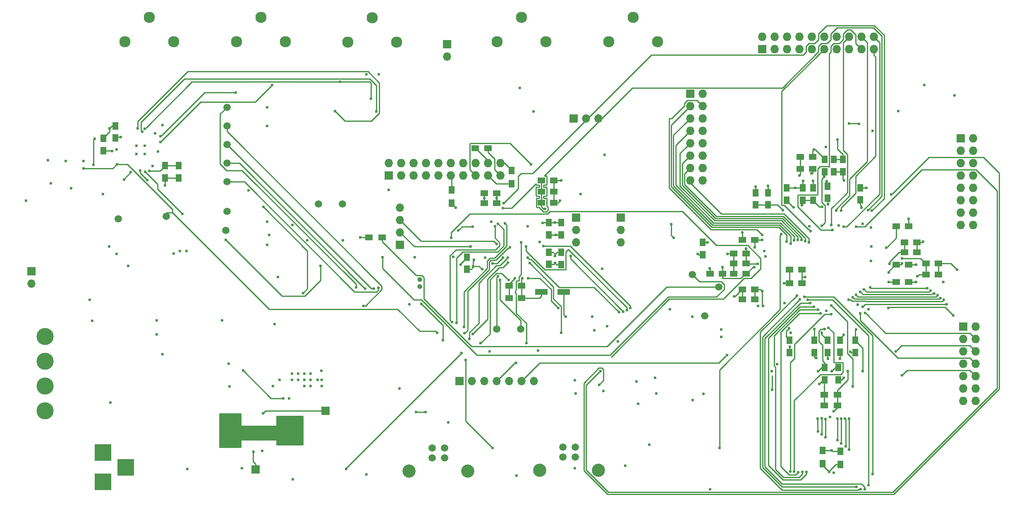
<source format=gbr>
G04 #@! TF.FileFunction,Copper,L4,Bot,Signal*
%FSLAX46Y46*%
G04 Gerber Fmt 4.6, Leading zero omitted, Abs format (unit mm)*
G04 Created by KiCad (PCBNEW 4.0.7-e2-6376~58~ubuntu16.04.1) date Thu Apr  4 23:28:41 2019*
%MOMM*%
%LPD*%
G01*
G04 APERTURE LIST*
%ADD10C,0.100000*%
%ADD11C,1.500000*%
%ADD12R,1.727200X1.727200*%
%ADD13O,1.727200X1.727200*%
%ADD14R,1.700000X1.700000*%
%ADD15O,1.700000X1.700000*%
%ADD16R,1.250000X1.500000*%
%ADD17C,1.000000*%
%ADD18C,1.520000*%
%ADD19C,2.700000*%
%ADD20R,1.500000X1.300000*%
%ADD21R,1.300000X1.500000*%
%ADD22R,1.500000X1.250000*%
%ADD23R,2.598420X1.198880*%
%ADD24R,2.600960X1.198880*%
%ADD25C,2.300000*%
%ADD26R,3.500000X3.500000*%
%ADD27C,3.500000*%
%ADD28C,0.600000*%
%ADD29C,1.200000*%
%ADD30C,0.250000*%
%ADD31C,0.254000*%
G04 APERTURE END LIST*
D10*
D11*
X94361000Y-97663000D03*
D12*
X204216000Y-60452000D03*
D13*
X204216000Y-57912000D03*
X206756000Y-60452000D03*
X206756000Y-57912000D03*
X209296000Y-60452000D03*
X209296000Y-57912000D03*
X211836000Y-60452000D03*
X211836000Y-57912000D03*
X214376000Y-60452000D03*
X214376000Y-57912000D03*
X216916000Y-60452000D03*
X216916000Y-57912000D03*
X219456000Y-60452000D03*
X219456000Y-57912000D03*
X221996000Y-60452000D03*
X221996000Y-57912000D03*
X224536000Y-60452000D03*
X224536000Y-57912000D03*
X227076000Y-60452000D03*
X227076000Y-57912000D03*
D12*
X189484000Y-69596000D03*
D13*
X192024000Y-69596000D03*
X189484000Y-72136000D03*
X192024000Y-72136000D03*
X189484000Y-74676000D03*
X192024000Y-74676000D03*
X189484000Y-77216000D03*
X192024000Y-77216000D03*
X189484000Y-79756000D03*
X192024000Y-79756000D03*
X189484000Y-82296000D03*
X192024000Y-82296000D03*
X189484000Y-84836000D03*
X192024000Y-84836000D03*
X189484000Y-87376000D03*
X192024000Y-87376000D03*
D14*
X166116000Y-94996000D03*
D15*
X166116000Y-97536000D03*
X166116000Y-100076000D03*
D14*
X175260000Y-94996000D03*
D15*
X175260000Y-97536000D03*
X175260000Y-100076000D03*
D16*
X160528000Y-102108000D03*
X160528000Y-104608000D03*
X143764000Y-105624000D03*
X143764000Y-103124000D03*
D14*
X130048000Y-100584000D03*
D15*
X130048000Y-98044000D03*
X130048000Y-95504000D03*
X130048000Y-92964000D03*
D17*
X134112000Y-107696000D03*
X134112000Y-109196000D03*
D12*
X127762000Y-86360000D03*
D13*
X127762000Y-83820000D03*
X130302000Y-86360000D03*
X130302000Y-83820000D03*
X132842000Y-86360000D03*
X132842000Y-83820000D03*
X135382000Y-86360000D03*
X135382000Y-83820000D03*
X137922000Y-86360000D03*
X137922000Y-83820000D03*
X140462000Y-86360000D03*
X140462000Y-83820000D03*
X143002000Y-86360000D03*
X143002000Y-83820000D03*
X145542000Y-86360000D03*
X145542000Y-83820000D03*
X148082000Y-86360000D03*
X148082000Y-83820000D03*
X150622000Y-86360000D03*
X150622000Y-83820000D03*
D18*
X136652000Y-142272000D03*
X139192000Y-142272000D03*
X139192000Y-144272000D03*
X136652000Y-144272000D03*
D19*
X131922000Y-146972000D03*
X143922000Y-146972000D03*
D14*
X142240000Y-128524000D03*
D15*
X144780000Y-128524000D03*
X147320000Y-128524000D03*
X149860000Y-128524000D03*
X152400000Y-128524000D03*
X154940000Y-128524000D03*
X157480000Y-128524000D03*
D14*
X165608000Y-74676000D03*
D15*
X168148000Y-74676000D03*
X170688000Y-74676000D03*
D11*
X149860000Y-117856000D03*
X154740000Y-117856000D03*
D20*
X219616000Y-131318000D03*
X216916000Y-131318000D03*
D12*
X245364000Y-117348000D03*
D13*
X247904000Y-117348000D03*
X245364000Y-119888000D03*
X247904000Y-119888000D03*
X245364000Y-122428000D03*
X247904000Y-122428000D03*
X245364000Y-124968000D03*
X247904000Y-124968000D03*
X245364000Y-127508000D03*
X247904000Y-127508000D03*
X245364000Y-130048000D03*
X247904000Y-130048000D03*
X245364000Y-132588000D03*
X247904000Y-132588000D03*
D20*
X219616000Y-133505474D03*
X216916000Y-133505474D03*
D21*
X220199227Y-145627998D03*
X220199227Y-142927998D03*
X216576226Y-145495000D03*
X216576226Y-142795000D03*
D18*
X163418000Y-142112000D03*
X165958000Y-142112000D03*
X165958000Y-144112000D03*
X163418000Y-144112000D03*
D19*
X158688000Y-146812000D03*
X170688000Y-146812000D03*
D22*
X200914000Y-106553000D03*
X198414000Y-106553000D03*
D23*
X159004000Y-110236000D03*
D24*
X163606480Y-110236000D03*
D16*
X163068000Y-102148000D03*
X163068000Y-104648000D03*
D22*
X154940000Y-111492222D03*
X152440000Y-111492222D03*
X154940000Y-108952222D03*
X152440000Y-108952222D03*
D16*
X220091000Y-120142000D03*
X220091000Y-122642000D03*
X217015188Y-125777476D03*
X217015188Y-128277476D03*
X219762577Y-125766905D03*
X219762577Y-128266905D03*
X217551000Y-120182000D03*
X217551000Y-122682000D03*
D22*
X159004000Y-87376000D03*
X161504000Y-87376000D03*
X159004000Y-89662000D03*
X161504000Y-89662000D03*
D16*
X163068000Y-96052000D03*
X163068000Y-98552000D03*
D22*
X159044000Y-91948000D03*
X161544000Y-91948000D03*
D16*
X160528000Y-96052000D03*
X160528000Y-98552000D03*
D22*
X147320000Y-90043000D03*
X149820000Y-90043000D03*
X147320000Y-92075000D03*
X149820000Y-92075000D03*
D14*
X139700000Y-59436000D03*
D15*
X139700000Y-61976000D03*
D25*
X154940000Y-53975000D03*
X159940000Y-58975000D03*
X149940000Y-58975000D03*
X177800000Y-53975000D03*
X182800000Y-58975000D03*
X172800000Y-58975000D03*
D11*
X195326000Y-109220000D03*
D25*
X124380000Y-54055000D03*
X129380000Y-59055000D03*
X119380000Y-59055000D03*
D16*
X212471000Y-91420000D03*
X212471000Y-88920000D03*
X202819000Y-92416000D03*
X202819000Y-89916000D03*
X214630000Y-91440000D03*
X214630000Y-88940000D03*
X205359000Y-92416000D03*
X205359000Y-89916000D03*
D11*
X192405000Y-115189000D03*
X189865000Y-106680000D03*
D16*
X192024000Y-100116000D03*
X192024000Y-102616000D03*
D22*
X200903275Y-102362000D03*
X198403275Y-102362000D03*
X200883275Y-104442885D03*
X198383275Y-104442885D03*
X196048000Y-106553000D03*
X193548000Y-106553000D03*
X212003000Y-85066564D03*
X214503000Y-85066564D03*
X237764000Y-106680000D03*
X240264000Y-106680000D03*
X233339000Y-100076000D03*
X235839000Y-100076000D03*
X209824000Y-105664000D03*
X212324000Y-105664000D03*
X233339000Y-102108000D03*
X235839000Y-102108000D03*
D12*
X244856000Y-78740000D03*
D13*
X247396000Y-78740000D03*
X244856000Y-81280000D03*
X247396000Y-81280000D03*
X244856000Y-83820000D03*
X247396000Y-83820000D03*
X244856000Y-86360000D03*
X247396000Y-86360000D03*
X244856000Y-88900000D03*
X247396000Y-88900000D03*
X244856000Y-91440000D03*
X247396000Y-91440000D03*
X244856000Y-93980000D03*
X247396000Y-93980000D03*
X244856000Y-96520000D03*
X247396000Y-96520000D03*
D16*
X218867494Y-85579042D03*
X218867494Y-83079042D03*
X220706000Y-85578000D03*
X220706000Y-83078000D03*
D22*
X212003000Y-82550000D03*
X214503000Y-82550000D03*
D16*
X216962494Y-85579042D03*
X216962494Y-83079042D03*
D14*
X100457000Y-146685000D03*
X114808000Y-134620000D03*
D26*
X69215000Y-143225000D03*
X69215000Y-149225000D03*
X73915000Y-146225000D03*
D27*
X57404000Y-134620000D03*
X57404000Y-129540000D03*
X57404000Y-124460000D03*
X57404000Y-119380000D03*
D21*
X152908000Y-88091000D03*
X152908000Y-85391000D03*
D20*
X148115000Y-80772000D03*
X145415000Y-80772000D03*
D14*
X54610000Y-106045000D03*
D15*
X54610000Y-108585000D03*
D21*
X140589000Y-89328000D03*
X140589000Y-92028000D03*
D11*
X113357000Y-92202000D03*
X118237000Y-92202000D03*
X94615000Y-83820000D03*
X94615000Y-80010000D03*
D16*
X71755000Y-76200000D03*
X71755000Y-78700000D03*
X69342000Y-78780000D03*
X69342000Y-81280000D03*
D11*
X82169000Y-94742000D03*
X94615000Y-72390000D03*
X94615000Y-76200000D03*
D16*
X84742112Y-84348000D03*
X84742112Y-86848000D03*
X81915000Y-84348000D03*
X81915000Y-86848000D03*
D11*
X72390000Y-95250000D03*
D25*
X78740000Y-53975000D03*
X83740000Y-58975000D03*
X73740000Y-58975000D03*
X101600000Y-53975000D03*
X106600000Y-58975000D03*
X96600000Y-58975000D03*
D11*
X94615000Y-87630000D03*
X94615000Y-93726000D03*
D22*
X237764000Y-104394000D03*
X240264000Y-104394000D03*
X209804000Y-108458000D03*
X212304000Y-108458000D03*
X202692000Y-99568000D03*
X200192000Y-99568000D03*
X202652000Y-109728000D03*
X200152000Y-109728000D03*
X202652000Y-111760000D03*
X200152000Y-111760000D03*
X231648000Y-108204000D03*
X234148000Y-108204000D03*
X231648000Y-104648000D03*
X234148000Y-104648000D03*
X231648000Y-96774000D03*
X234148000Y-96774000D03*
D16*
X224262000Y-91400000D03*
X224262000Y-88900000D03*
X217551000Y-91059000D03*
X217551000Y-88559000D03*
X209169000Y-91440000D03*
X209169000Y-88940000D03*
X209804000Y-120162000D03*
X209804000Y-122662000D03*
X214884000Y-120162000D03*
X214884000Y-122662000D03*
X223286000Y-120162000D03*
X223286000Y-122662000D03*
D20*
X126398000Y-99060000D03*
X123698000Y-99060000D03*
D28*
X76112500Y-81987500D03*
X77837500Y-81987500D03*
X77837500Y-80262500D03*
X76112500Y-80262500D03*
X140948771Y-103096502D03*
X102108000Y-92837000D03*
X110236000Y-110490000D03*
X223774000Y-112903000D03*
X225933000Y-113792002D03*
X66548000Y-111887000D03*
X102870000Y-100584000D03*
X206248000Y-130302000D03*
X178816000Y-133223000D03*
X182499000Y-131064000D03*
X178435000Y-128651000D03*
X214757000Y-81026000D03*
X219583000Y-78994000D03*
X80264000Y-116078000D03*
X80264000Y-118999000D03*
X195834000Y-117983000D03*
X81407000Y-123063000D03*
X104013000Y-129540000D03*
X111760000Y-129540000D03*
X110490000Y-129540000D03*
X105410000Y-128270000D03*
X107950000Y-128270000D03*
X107950000Y-127000000D03*
X111760000Y-127000000D03*
X110490000Y-127000000D03*
X109220000Y-127000000D03*
X109220000Y-128270000D03*
X110490000Y-128270000D03*
X111760000Y-128270000D03*
X113157000Y-128270000D03*
X114046000Y-129540000D03*
X114046000Y-128270000D03*
X113988010Y-126422990D03*
X58547000Y-88011000D03*
X62738000Y-89027000D03*
X153924000Y-147955000D03*
X167021000Y-90170000D03*
X171958000Y-82169000D03*
X123190000Y-147701000D03*
X129921000Y-130048000D03*
X139954000Y-137033000D03*
X171704000Y-130556000D03*
X165989000Y-131064000D03*
X165862000Y-146431000D03*
X189992000Y-132461000D03*
X182245000Y-127889000D03*
X162814000Y-91567000D03*
X163068000Y-87376000D03*
X142494000Y-104648000D03*
X147447000Y-103251000D03*
X97663000Y-146399000D03*
X101854000Y-142875000D03*
X108077000Y-148670000D03*
X86487000Y-146558000D03*
X141478000Y-92964000D03*
X153616330Y-107451999D03*
X148393989Y-122428000D03*
X158333000Y-122301000D03*
X148717000Y-95885000D03*
X156210000Y-96774000D03*
X161925000Y-98552000D03*
X149820000Y-91059000D03*
X161798000Y-104325999D03*
X185293000Y-113792000D03*
X174625000Y-120396000D03*
X169799000Y-118110000D03*
X193548000Y-150689979D03*
X218821000Y-147320000D03*
X210058000Y-118618000D03*
X217297000Y-114173000D03*
X217419417Y-87540999D03*
X214249000Y-85979000D03*
X133096000Y-103124000D03*
X131953000Y-112776000D03*
X93599000Y-116078000D03*
X103251000Y-98552000D03*
X102870000Y-95885000D03*
X118364000Y-99695000D03*
X108049559Y-96547441D03*
X111058942Y-99634058D03*
X57971564Y-83252436D03*
X154559000Y-68453000D03*
X157353000Y-73279000D03*
X72009000Y-81026000D03*
X70612000Y-76708000D03*
X81407000Y-76073000D03*
X79883000Y-77724000D03*
X123190000Y-65658996D03*
X125730000Y-65659000D03*
X80518000Y-81500010D03*
X65278000Y-83439000D03*
X61595000Y-83439000D03*
X81915000Y-88421615D03*
X79375000Y-84455000D03*
X219837000Y-96647000D03*
X226822000Y-77216000D03*
X237363000Y-67818000D03*
X243586000Y-69977000D03*
X203327000Y-113157000D03*
X208788000Y-112522000D03*
X226441000Y-103886000D03*
X226568000Y-100965000D03*
X226441000Y-97028000D03*
X224790000Y-96266000D03*
X212979000Y-107188000D03*
X204597000Y-101854000D03*
X204851000Y-102997000D03*
X213868000Y-96774000D03*
X218059000Y-135890000D03*
X209921010Y-121539000D03*
X218431859Y-142781857D03*
X220853000Y-127889000D03*
X198464575Y-111156324D03*
X193421000Y-105410000D03*
X244094000Y-105664000D03*
X215900000Y-129159000D03*
X67056000Y-116205000D03*
X205359000Y-88519000D03*
X202819000Y-88646000D03*
X212598000Y-87503000D03*
X214630000Y-87503000D03*
X237109000Y-99949000D03*
X220091000Y-123952000D03*
X217678000Y-123952000D03*
X191008000Y-102489000D03*
X197104000Y-102489000D03*
X210947000Y-88900000D03*
X215265000Y-123824996D03*
X222250000Y-122555000D03*
X234188000Y-95250000D03*
X235712000Y-104648000D03*
X235712000Y-108204000D03*
X225552000Y-88900000D03*
X200192000Y-98084000D03*
X148971000Y-104394000D03*
X156845000Y-84074000D03*
X151130000Y-103235010D03*
X155067000Y-107442000D03*
X150114000Y-107061000D03*
X102870000Y-76200000D03*
X102870000Y-72390000D03*
X99060705Y-89403590D03*
X196088000Y-105156000D03*
X208661000Y-108458000D03*
X217292493Y-80518000D03*
X171450000Y-105537000D03*
X232791000Y-104394000D03*
X232029000Y-73152000D03*
X193040006Y-100076000D03*
X181102000Y-141605000D03*
X176149000Y-145923000D03*
X146878051Y-105603051D03*
X165862000Y-128364000D03*
X161798000Y-102869990D03*
X145229918Y-103642000D03*
X145034000Y-105029000D03*
X127762000Y-89348999D03*
X195800261Y-119507000D03*
X159258000Y-96139000D03*
X161798000Y-96012000D03*
X70485000Y-100965000D03*
X74422000Y-104902000D03*
X147320000Y-91059000D03*
X172482000Y-117277000D03*
X189865000Y-115316000D03*
X169418000Y-115316000D03*
X163957000Y-115316000D03*
X217678000Y-92329000D03*
X216916000Y-86614000D03*
X105029000Y-107188000D03*
X104394000Y-116840000D03*
X69215000Y-90170000D03*
X78740000Y-85471000D03*
X204343000Y-113157000D03*
X232790990Y-103378011D03*
X229616000Y-101219000D03*
X209679551Y-117731551D03*
X235975990Y-107061009D03*
X230124000Y-106289010D03*
X223452021Y-117983000D03*
X210643978Y-92938487D03*
X204216000Y-110071010D03*
X217932000Y-147193000D03*
X202565000Y-105156000D03*
X221742000Y-126545011D03*
X218440000Y-126545011D03*
X215646000Y-126545011D03*
X217001000Y-117856000D03*
X224790000Y-126545011D03*
X218821000Y-134747000D03*
X206121000Y-126545011D03*
X72009000Y-102489000D03*
X208407000Y-93472000D03*
X216376000Y-96742000D03*
X207264000Y-125095000D03*
X214884000Y-117856000D03*
X241300000Y-108204000D03*
X230124000Y-108204010D03*
X220980000Y-87376000D03*
X224536000Y-92964000D03*
X202692000Y-101092000D03*
X204216000Y-99568000D03*
X150495000Y-107823000D03*
X159766000Y-93217996D03*
X95123000Y-129667000D03*
X70739000Y-132969000D03*
X192151000Y-131191000D03*
X107315000Y-132080000D03*
X97917000Y-126365000D03*
X106172000Y-132080000D03*
X94996000Y-124968000D03*
X53467000Y-91567000D03*
X126492000Y-103124000D03*
X216451021Y-92837000D03*
X220914647Y-119060647D03*
X230251000Y-104521000D03*
X212344000Y-92455994D03*
X86360000Y-101863999D03*
X84963000Y-101863999D03*
X83693000Y-102362000D03*
X200914000Y-101346000D03*
X216408000Y-118618000D03*
X203276999Y-104470999D03*
X211836000Y-86360000D03*
X81026000Y-79502000D03*
X103886000Y-67818000D03*
X67564000Y-78867000D03*
X67292009Y-84201000D03*
X81025994Y-78359000D03*
X96393000Y-69342000D03*
X76327000Y-76708000D03*
X116713000Y-73152000D03*
X77326667Y-77444781D03*
X125222000Y-73279000D03*
X72898000Y-78486000D03*
X71120000Y-81407000D03*
X152273000Y-107823000D03*
X153797000Y-124841000D03*
X146558000Y-120777000D03*
X100076000Y-143002000D03*
X101981000Y-135128000D03*
X138811000Y-120142000D03*
X134409345Y-112688655D03*
X185547000Y-96393002D03*
X186055000Y-99187000D03*
X152146000Y-104267000D03*
X144907000Y-118872000D03*
X156317012Y-107442000D03*
X162441501Y-113546501D03*
X163068000Y-118618000D03*
X156591000Y-104325999D03*
X158623000Y-100045000D03*
X196977000Y-123190000D03*
X154813004Y-100076000D03*
X155956000Y-120786990D03*
X122936000Y-109591001D03*
X125669051Y-109407949D03*
X72136000Y-84074008D03*
X65278000Y-84963000D03*
X137671129Y-118632416D03*
X122555000Y-113175870D03*
X121031000Y-109347000D03*
X124714000Y-109591000D03*
X225298000Y-114554000D03*
X231521000Y-122428000D03*
X224282000Y-114681006D03*
X232791000Y-127381000D03*
X144526000Y-100965000D03*
X149860000Y-100457000D03*
X140538108Y-99196990D03*
X141986000Y-97663000D03*
X144980250Y-96902771D03*
X113792000Y-104902000D03*
X94361000Y-99568000D03*
X226641169Y-93614268D03*
X151257000Y-92075000D03*
X151130000Y-93091000D03*
X225858036Y-93450851D03*
X204216000Y-98552000D03*
X209169000Y-99949000D03*
X210058000Y-100330000D03*
X210693000Y-99695000D03*
X211482117Y-99563481D03*
X212282104Y-99568400D03*
X213033877Y-99841969D03*
X213793364Y-100093330D03*
X214122000Y-97790000D03*
X218313000Y-96520000D03*
X218567000Y-97536000D03*
X219329000Y-93589000D03*
X220345000Y-93599000D03*
X220853000Y-96901000D03*
X143256000Y-118745000D03*
X118999000Y-146558000D03*
X142621000Y-122809000D03*
X152527000Y-101092000D03*
X148971000Y-142240000D03*
X143510000Y-124206000D03*
X144272000Y-119888000D03*
X152146000Y-103251000D03*
X156226163Y-103233199D03*
X174879000Y-114427000D03*
X143129000Y-117475000D03*
X151577058Y-96199942D03*
X135255000Y-134874000D03*
X133350000Y-134874000D03*
X208151321Y-98426679D03*
X195453000Y-142239996D03*
X224028000Y-75819000D03*
X221996000Y-75692000D03*
X77841594Y-76832515D03*
X117729000Y-67192999D03*
X124079000Y-70612000D03*
X77851000Y-85598000D03*
X85471000Y-94234000D03*
X76871948Y-85375846D03*
X78321894Y-87298023D03*
X73532994Y-87249000D03*
X74930000Y-85725000D03*
X175768000Y-114300000D03*
X164972295Y-102863999D03*
X155874283Y-100943011D03*
X176525741Y-114014397D03*
X177172881Y-113544065D03*
X159385000Y-100838000D03*
X150114000Y-96266000D03*
X141605000Y-116586000D03*
X140722215Y-116465215D03*
X149479000Y-96774000D03*
X97536000Y-139700000D03*
X97536000Y-138525000D03*
X95504000Y-138684000D03*
X94488000Y-138684000D03*
X93472000Y-138684000D03*
X105664000Y-141224000D03*
X106680000Y-141224000D03*
X107696000Y-141224000D03*
X108712000Y-141224000D03*
X109728000Y-141224000D03*
X109728000Y-139700000D03*
X108712000Y-139700000D03*
X107696000Y-139700000D03*
X106680000Y-139700000D03*
X105664000Y-139700000D03*
X105664000Y-138176000D03*
X106680000Y-138176000D03*
X107696000Y-138176000D03*
X108712000Y-138176000D03*
X109728000Y-138176000D03*
X109728000Y-136652000D03*
X108712000Y-136652000D03*
X107696000Y-136652000D03*
X106680000Y-136652000D03*
X105664000Y-136652000D03*
X93472000Y-141224000D03*
X94488000Y-141224000D03*
X95504000Y-141224000D03*
X96520000Y-141224000D03*
X96520000Y-139700000D03*
X95504000Y-139700000D03*
X94488000Y-139700000D03*
X93472000Y-139700000D03*
X96520000Y-137668000D03*
X95504000Y-137668000D03*
X94488000Y-137668000D03*
X93472000Y-137668000D03*
X96520000Y-136144000D03*
X95504000Y-136144000D03*
X94488000Y-136144000D03*
X93472000Y-136144000D03*
D29*
X100552000Y-139700000D03*
X101727000Y-138525000D03*
D28*
X230632000Y-90296998D03*
X170815000Y-129286000D03*
X171069000Y-126492000D03*
X223393000Y-96901000D03*
X218313000Y-113029986D03*
X222758000Y-129667000D03*
X224406041Y-150689979D03*
X211328000Y-110998000D03*
X223520000Y-150239968D03*
X211930974Y-111797503D03*
X212852000Y-111252000D03*
X226822000Y-147574000D03*
X225933000Y-149860000D03*
X213487000Y-111887000D03*
X225206048Y-150687291D03*
X213995000Y-112522000D03*
X214757000Y-113284000D03*
X213233000Y-147193006D03*
X215646000Y-113919000D03*
X212433001Y-147188417D03*
X216154000Y-114681000D03*
X211546513Y-147256493D03*
X210772625Y-147053721D03*
X217800559Y-117597559D03*
X209931000Y-147066000D03*
X218313000Y-114808000D03*
X230068001Y-113528000D03*
X243305768Y-115105446D03*
X224790000Y-113284000D03*
X241935000Y-112776000D03*
X221869000Y-111887000D03*
X241409961Y-111873286D03*
X240688200Y-111528228D03*
X222752998Y-111351001D03*
X223393000Y-110870979D03*
X240110543Y-110974771D03*
X224282000Y-110245990D03*
X239395000Y-110617000D03*
X225044000Y-109728000D03*
X238633000Y-109982000D03*
X226314000Y-109345968D03*
X237998000Y-109474000D03*
X215519000Y-136271000D03*
X215646000Y-138859003D03*
X216408000Y-136144000D03*
X216408000Y-139436000D03*
X217192466Y-136300893D03*
X217189999Y-140061001D03*
X219583000Y-136271000D03*
X219583000Y-140686001D03*
X220383003Y-136271000D03*
X220345000Y-141311001D03*
X221183006Y-136271000D03*
X221286764Y-141936001D03*
X221996000Y-142560990D03*
X221996000Y-136271000D03*
X121920000Y-99060000D03*
D30*
X111115001Y-101844001D02*
X102108000Y-92837000D01*
X110236000Y-110490000D02*
X111115001Y-109610999D01*
X111115001Y-109610999D02*
X111115001Y-101844001D01*
X152440000Y-108952222D02*
X152440000Y-108628329D01*
X152440000Y-108628329D02*
X153316331Y-107751998D01*
X153316331Y-107751998D02*
X153616330Y-107451999D01*
X240264000Y-106680000D02*
X240264000Y-104394000D01*
X152440000Y-111492222D02*
X152440000Y-110617222D01*
X152440000Y-110617222D02*
X152440000Y-108952222D01*
X206248000Y-130302000D02*
X206248000Y-127472003D01*
X218867494Y-83079042D02*
X220704958Y-83079042D01*
X220704958Y-83079042D02*
X220706000Y-83078000D01*
X216962494Y-83079042D02*
X216962494Y-82954042D01*
X216962494Y-82954042D02*
X215034452Y-81026000D01*
X215034452Y-81026000D02*
X214757000Y-81026000D01*
X214503000Y-82550000D02*
X214503000Y-81280000D01*
X214503000Y-81280000D02*
X214757000Y-81026000D01*
X219583000Y-80955000D02*
X219583000Y-78994000D01*
X220706000Y-83078000D02*
X220706000Y-82078000D01*
X220706000Y-82078000D02*
X219583000Y-80955000D01*
X161544000Y-91948000D02*
X162433000Y-91948000D01*
X162433000Y-91948000D02*
X162814000Y-91567000D01*
X161504000Y-87376000D02*
X163068000Y-87376000D01*
X161504000Y-89662000D02*
X161504000Y-91908000D01*
X161504000Y-91908000D02*
X161544000Y-91948000D01*
X161504000Y-87376000D02*
X161504000Y-89662000D01*
X142494000Y-104519000D02*
X142494000Y-104648000D01*
X143764000Y-103124000D02*
X143764000Y-103249000D01*
X143764000Y-103249000D02*
X142494000Y-104519000D01*
X140589000Y-92075000D02*
X141478000Y-92964000D01*
X140589000Y-92028000D02*
X140589000Y-92075000D01*
X152908000Y-85391000D02*
X152908000Y-85291000D01*
X152908000Y-85291000D02*
X151437000Y-83820000D01*
X151437000Y-83820000D02*
X150622000Y-83820000D01*
X145415000Y-80772000D02*
X145515000Y-80772000D01*
X145515000Y-80772000D02*
X148082000Y-83339000D01*
X148082000Y-83339000D02*
X148082000Y-83820000D01*
X161925000Y-98552000D02*
X163068000Y-98552000D01*
X161403000Y-98552000D02*
X161925000Y-98552000D01*
X160528000Y-98552000D02*
X161403000Y-98552000D01*
X149820000Y-90932000D02*
X149820000Y-92075000D01*
X149820000Y-90043000D02*
X149820000Y-90932000D01*
X149820000Y-90932000D02*
X149820000Y-91059000D01*
X163068000Y-104648000D02*
X162120001Y-104648000D01*
X162120001Y-104648000D02*
X161798000Y-104325999D01*
X160528000Y-104608000D02*
X161515999Y-104608000D01*
X161515999Y-104608000D02*
X161798000Y-104325999D01*
X217424000Y-87545582D02*
X217419417Y-87540999D01*
X217424000Y-88940000D02*
X217424000Y-87545582D01*
X214465564Y-85979000D02*
X214249000Y-85979000D01*
X214503000Y-85066564D02*
X214503000Y-85941564D01*
X214503000Y-85941564D02*
X214465564Y-85979000D01*
X69342000Y-78780000D02*
X69342000Y-78655000D01*
X69342000Y-78655000D02*
X70612000Y-77385000D01*
X70612000Y-77132264D02*
X70612000Y-76708000D01*
X70612000Y-77385000D02*
X70612000Y-77132264D01*
X71755000Y-76200000D02*
X71120000Y-76200000D01*
X71120000Y-76200000D02*
X70612000Y-76708000D01*
X84742112Y-86848000D02*
X81915000Y-86848000D01*
X81915000Y-86848000D02*
X81915000Y-88421615D01*
X212324000Y-107188000D02*
X212324000Y-108438000D01*
X212324000Y-105664000D02*
X212324000Y-107188000D01*
X212324000Y-107188000D02*
X212979000Y-107188000D01*
X212324000Y-108438000D02*
X212304000Y-108458000D01*
X209804000Y-121656010D02*
X209921010Y-121539000D01*
X209804000Y-122662000D02*
X209804000Y-121656010D01*
X218418716Y-142795000D02*
X218431859Y-142781857D01*
X218578000Y-142927998D02*
X218431859Y-142781857D01*
X216576226Y-142795000D02*
X218418716Y-142795000D01*
X220199227Y-142927998D02*
X218578000Y-142927998D01*
X219762577Y-128266905D02*
X220475095Y-128266905D01*
X220475095Y-128266905D02*
X220853000Y-127889000D01*
X198598676Y-111156324D02*
X198464575Y-111156324D01*
X200027000Y-109728000D02*
X198598676Y-111156324D01*
X200152000Y-109728000D02*
X200027000Y-109728000D01*
X193548000Y-106553000D02*
X193548000Y-105537000D01*
X193548000Y-105537000D02*
X193421000Y-105410000D01*
X198383275Y-104442885D02*
X198383275Y-106522275D01*
X198383275Y-106522275D02*
X198414000Y-106553000D01*
X240264000Y-104394000D02*
X242824000Y-104394000D01*
X242824000Y-104394000D02*
X244094000Y-105664000D01*
X217015188Y-128277476D02*
X216781524Y-128277476D01*
X216781524Y-128277476D02*
X215900000Y-129159000D01*
X219752006Y-128277476D02*
X219762577Y-128266905D01*
X216916000Y-131318000D02*
X216916000Y-128376664D01*
X216916000Y-128376664D02*
X217015188Y-128277476D01*
X216916000Y-133505474D02*
X216916000Y-131318000D01*
X205359000Y-89916000D02*
X205359000Y-88519000D01*
X202819000Y-89916000D02*
X202819000Y-88646000D01*
X212471000Y-88920000D02*
X212471000Y-87630000D01*
X212471000Y-87630000D02*
X212598000Y-87503000D01*
X214630000Y-88940000D02*
X214630000Y-87503000D01*
X235839000Y-100076000D02*
X236982000Y-100076000D01*
X236982000Y-100076000D02*
X237109000Y-99949000D01*
X235839000Y-100076000D02*
X235839000Y-102108000D01*
X220051000Y-122682000D02*
X220091000Y-122642000D01*
X220091000Y-122642000D02*
X220091000Y-123952000D01*
X217551000Y-122682000D02*
X217551000Y-123825000D01*
X217551000Y-123825000D02*
X217678000Y-123952000D01*
X192024000Y-102616000D02*
X191135000Y-102616000D01*
X191135000Y-102616000D02*
X191008000Y-102489000D01*
X198403275Y-102362000D02*
X197231000Y-102362000D01*
X197231000Y-102362000D02*
X197104000Y-102489000D01*
X198403275Y-102362000D02*
X198403275Y-104422885D01*
X198403275Y-104422885D02*
X198383275Y-104442885D01*
X209169000Y-88940000D02*
X210907000Y-88940000D01*
X210907000Y-88940000D02*
X210947000Y-88900000D01*
X211576000Y-88900000D02*
X210947000Y-88900000D01*
X212471000Y-88920000D02*
X211596000Y-88920000D01*
X211596000Y-88920000D02*
X211576000Y-88900000D01*
X214610000Y-88920000D02*
X214630000Y-88940000D01*
X214884000Y-123662000D02*
X215046996Y-123824996D01*
X215046996Y-123824996D02*
X215265000Y-123824996D01*
X214884000Y-122662000D02*
X214884000Y-123662000D01*
X223286000Y-122662000D02*
X222357000Y-122662000D01*
X222357000Y-122662000D02*
X222250000Y-122555000D01*
X234148000Y-95290000D02*
X234188000Y-95250000D01*
X234148000Y-96774000D02*
X234148000Y-95290000D01*
X234148000Y-104648000D02*
X235712000Y-104648000D01*
X234148000Y-108204000D02*
X235712000Y-108204000D01*
X224262000Y-88900000D02*
X225552000Y-88900000D01*
X200152000Y-109728000D02*
X200152000Y-111760000D01*
X200192000Y-99568000D02*
X200192000Y-98084000D01*
X149395264Y-104394000D02*
X148971000Y-104394000D01*
X149971010Y-104394000D02*
X149395264Y-104394000D01*
X151130000Y-103235010D02*
X149971010Y-104394000D01*
X145542000Y-86360000D02*
X144339999Y-85157999D01*
X144339999Y-85157999D02*
X144339999Y-79861999D01*
X144339999Y-79861999D02*
X144404999Y-79796999D01*
X144404999Y-79796999D02*
X152567999Y-79796999D01*
X152567999Y-79796999D02*
X156845000Y-84074000D01*
X154940000Y-108952222D02*
X154940000Y-109827222D01*
X154940000Y-109827222D02*
X154940000Y-111492222D01*
X154940000Y-107569000D02*
X155067000Y-107442000D01*
X154940000Y-108952222D02*
X154940000Y-107569000D01*
X154940000Y-111492222D02*
X158597218Y-111492222D01*
X158597218Y-111492222D02*
X159004000Y-111085440D01*
X159004000Y-111085440D02*
X159004000Y-110236000D01*
X149860000Y-117856000D02*
X149860000Y-107315000D01*
X149860000Y-107315000D02*
X150114000Y-107061000D01*
X196048000Y-105196000D02*
X196088000Y-105156000D01*
X196048000Y-106553000D02*
X196048000Y-105196000D01*
X209804000Y-108458000D02*
X208661000Y-108458000D01*
X223452021Y-117983000D02*
X223286000Y-118149021D01*
X192024000Y-100116000D02*
X193000006Y-100116000D01*
X193000006Y-100116000D02*
X193040006Y-100076000D01*
X231648000Y-104648000D02*
X232537000Y-104648000D01*
X232537000Y-104648000D02*
X232791000Y-104394000D01*
X193080006Y-100116000D02*
X193040006Y-100076000D01*
X146578052Y-105303052D02*
X146878051Y-105603051D01*
X146304000Y-105029000D02*
X146578052Y-105303052D01*
X145034000Y-105029000D02*
X146304000Y-105029000D01*
X163068000Y-102148000D02*
X162193000Y-102148000D01*
X161798000Y-102543000D02*
X161798000Y-102572736D01*
X160528000Y-102108000D02*
X161403000Y-102108000D01*
X161403000Y-102108000D02*
X161798000Y-102503000D01*
X162193000Y-102148000D02*
X161798000Y-102543000D01*
X161798000Y-102503000D02*
X161798000Y-102572736D01*
X161798000Y-102572736D02*
X161798000Y-102869990D01*
X145034000Y-104013000D02*
X145229918Y-103642000D01*
X145161000Y-103886000D02*
X145161000Y-103710918D01*
X145161000Y-103710918D02*
X145229918Y-103642000D01*
X145034000Y-105029000D02*
X145034000Y-104013000D01*
X145034000Y-105229000D02*
X145034000Y-105029000D01*
X143764000Y-105624000D02*
X144639000Y-105624000D01*
X144639000Y-105624000D02*
X145034000Y-105229000D01*
X160528000Y-96052000D02*
X159345000Y-96052000D01*
X159345000Y-96052000D02*
X159258000Y-96139000D01*
X161798000Y-96012000D02*
X163028000Y-96012000D01*
X163028000Y-96012000D02*
X163068000Y-96052000D01*
X160528000Y-96052000D02*
X161758000Y-96052000D01*
X161758000Y-96052000D02*
X161798000Y-96012000D01*
X147320000Y-90043000D02*
X147320000Y-91059000D01*
X147320000Y-91186000D02*
X147320000Y-91059000D01*
X147320000Y-92075000D02*
X147320000Y-91186000D01*
X160528000Y-102108000D02*
X161042001Y-102108000D01*
X163606480Y-114965480D02*
X163957000Y-115316000D01*
X163606480Y-110236000D02*
X163606480Y-114965480D01*
X217932000Y-146995225D02*
X217932000Y-147193000D01*
X220199227Y-145627998D02*
X219299227Y-145627998D01*
X219299227Y-145627998D02*
X217932000Y-146995225D01*
X216675999Y-96442001D02*
X216376000Y-96742000D01*
X217076023Y-96041977D02*
X216675999Y-96442001D01*
X217076023Y-92536998D02*
X217076023Y-96041977D01*
X216398001Y-91858976D02*
X217076023Y-92536998D01*
X216398001Y-87143535D02*
X216398001Y-91858976D01*
X216962494Y-86579042D02*
X216398001Y-87143535D01*
X217678000Y-91904736D02*
X217678000Y-92329000D01*
X217678000Y-91694000D02*
X217678000Y-91904736D01*
X217424000Y-91440000D02*
X217678000Y-91694000D01*
X209147000Y-119380000D02*
X209042000Y-119275000D01*
X209804000Y-120037000D02*
X209147000Y-119380000D01*
X209147000Y-119380000D02*
X209147000Y-118264102D01*
X209147000Y-118264102D02*
X209679551Y-117731551D01*
X209804000Y-120162000D02*
X209804000Y-120037000D01*
X216962494Y-86579042D02*
X216950958Y-86579042D01*
X216950958Y-86579042D02*
X216916000Y-86614000D01*
X216962494Y-85579042D02*
X216962494Y-86579042D01*
X81915000Y-84348000D02*
X82790000Y-84348000D01*
X82790000Y-84348000D02*
X84742112Y-84348000D01*
X78740000Y-85471000D02*
X80917000Y-85471000D01*
X80917000Y-85471000D02*
X81915000Y-84473000D01*
X81915000Y-84473000D02*
X81915000Y-84348000D01*
X204216000Y-113030000D02*
X204343000Y-113157000D01*
X204216000Y-110071010D02*
X204216000Y-113030000D01*
X237639000Y-104394000D02*
X236623011Y-103378011D01*
X237764000Y-104394000D02*
X237639000Y-104394000D01*
X236623011Y-103378011D02*
X233215254Y-103378011D01*
X233215254Y-103378011D02*
X232790990Y-103378011D01*
X229915999Y-100919001D02*
X229616000Y-101219000D01*
X231648000Y-96774000D02*
X231648000Y-99187000D01*
X231648000Y-99187000D02*
X229915999Y-100919001D01*
X209824000Y-105664000D02*
X209824000Y-108438000D01*
X209824000Y-108438000D02*
X209804000Y-108458000D01*
X236356999Y-106680000D02*
X236275989Y-106761010D01*
X237764000Y-106680000D02*
X236356999Y-106680000D01*
X236275989Y-106761010D02*
X235975990Y-107061009D01*
X230124000Y-106047000D02*
X230124000Y-106289010D01*
X231523000Y-104648000D02*
X230124000Y-106047000D01*
X231648000Y-104648000D02*
X231523000Y-104648000D01*
X223286000Y-120162000D02*
X223286000Y-118149021D01*
X209169000Y-91440000D02*
X209169000Y-91565000D01*
X210542487Y-92938487D02*
X210643978Y-92938487D01*
X209169000Y-91565000D02*
X210542487Y-92938487D01*
X203916001Y-109771011D02*
X204216000Y-110071010D01*
X203872990Y-109728000D02*
X203916001Y-109771011D01*
X202652000Y-109728000D02*
X203872990Y-109728000D01*
X216576226Y-145495000D02*
X216576226Y-145837226D01*
X216576226Y-145837226D02*
X217932000Y-147193000D01*
X196048000Y-106553000D02*
X196048000Y-107428000D01*
X196048000Y-107428000D02*
X196123001Y-107503001D01*
X196123001Y-107503001D02*
X199838999Y-107503001D01*
X199838999Y-107503001D02*
X200789000Y-106553000D01*
X200789000Y-106553000D02*
X200914000Y-106553000D01*
X202565000Y-105156000D02*
X202311000Y-105156000D01*
X202311000Y-105156000D02*
X200914000Y-106553000D01*
X237764000Y-104394000D02*
X237764000Y-106680000D01*
X219616000Y-131318000D02*
X219616000Y-130418000D01*
X219616000Y-130418000D02*
X221742000Y-128292000D01*
X221742000Y-128292000D02*
X221742000Y-126545011D01*
X219762577Y-125766905D02*
X219218106Y-125766905D01*
X219218106Y-125766905D02*
X218440000Y-126545011D01*
X217015188Y-125777476D02*
X216413535Y-125777476D01*
X216413535Y-125777476D02*
X215646000Y-126545011D01*
X217001000Y-117856000D02*
X216244998Y-117856000D01*
X216244998Y-117856000D02*
X215782999Y-118317999D01*
X215782999Y-118317999D02*
X215782999Y-120374001D01*
X215782999Y-120374001D02*
X216600999Y-121192001D01*
X216600999Y-121192001D02*
X216600999Y-124363287D01*
X216600999Y-124363287D02*
X217015188Y-124777476D01*
X217015188Y-124777476D02*
X217015188Y-125777476D01*
X224790000Y-121791000D02*
X224790000Y-126545011D01*
X223286000Y-120162000D02*
X223286000Y-120287000D01*
X223286000Y-120287000D02*
X224790000Y-121791000D01*
X219616000Y-131318000D02*
X219616000Y-133505474D01*
X219616000Y-133505474D02*
X219616000Y-133952000D01*
X219616000Y-133952000D02*
X218821000Y-134747000D01*
X202819000Y-92416000D02*
X205359000Y-92416000D01*
X205359000Y-92416000D02*
X207351000Y-92416000D01*
X207351000Y-92416000D02*
X208407000Y-93472000D01*
X218867494Y-85579042D02*
X220704958Y-85579042D01*
X220704958Y-85579042D02*
X220706000Y-85578000D01*
X214884000Y-117856000D02*
X214884000Y-120162000D01*
X231648000Y-108204000D02*
X230124000Y-108204000D01*
X220706000Y-87102000D02*
X220980000Y-87376000D01*
X220706000Y-85578000D02*
X220706000Y-87102000D01*
X224536000Y-92674000D02*
X224536000Y-92964000D01*
X224262000Y-91400000D02*
X224262000Y-92400000D01*
X224262000Y-92400000D02*
X224536000Y-92674000D01*
X202652000Y-109728000D02*
X202652000Y-111760000D01*
X202652000Y-112228000D02*
X202692000Y-112268000D01*
X202692000Y-99568000D02*
X202692000Y-101092000D01*
X202692000Y-99568000D02*
X204216000Y-99568000D01*
X154740000Y-116132000D02*
X150495000Y-111887000D01*
X150495000Y-111887000D02*
X150495000Y-107823000D01*
X154740000Y-117856000D02*
X154740000Y-116132000D01*
X159438996Y-93217996D02*
X159766000Y-93217996D01*
X159044000Y-91948000D02*
X159044000Y-92823000D01*
X159044000Y-92823000D02*
X159438996Y-93217996D01*
X159004000Y-89662000D02*
X159004000Y-91908000D01*
X159004000Y-91908000D02*
X159044000Y-91948000D01*
X159004000Y-87376000D02*
X159004000Y-89662000D01*
X103632000Y-132080000D02*
X97917000Y-126365000D01*
X106172000Y-132080000D02*
X103632000Y-132080000D01*
X195326000Y-109220000D02*
X184658000Y-109220000D01*
X126398000Y-99060000D02*
X126398000Y-99960000D01*
X134937001Y-107299999D02*
X134937001Y-111696001D01*
X126398000Y-99960000D02*
X133308999Y-106870999D01*
X133308999Y-106870999D02*
X134508001Y-106870999D01*
X134508001Y-106870999D02*
X134937001Y-107299999D01*
X172466000Y-121412000D02*
X184658000Y-109220000D01*
X134937001Y-111696001D02*
X144653000Y-121412000D01*
X144653000Y-121412000D02*
X172466000Y-121412000D01*
X126492000Y-103124000D02*
X126492000Y-105435999D01*
X126492000Y-105435999D02*
X132938402Y-111882401D01*
X194855161Y-111281841D02*
X185010569Y-111281841D01*
X185010569Y-111281841D02*
X173092411Y-123199999D01*
X145804588Y-123199999D02*
X134486990Y-111882401D01*
X173092411Y-123199999D02*
X145804588Y-123199999D01*
X196401001Y-108703999D02*
X196401001Y-109736001D01*
X134486990Y-111882401D02*
X132938402Y-111882401D01*
X195842001Y-108144999D02*
X196401001Y-108703999D01*
X191329999Y-108144999D02*
X195842001Y-108144999D01*
X189865000Y-106680000D02*
X191329999Y-108144999D01*
X196401001Y-109736001D02*
X194855161Y-111281841D01*
X216026757Y-92837000D02*
X216451021Y-92837000D01*
X215902000Y-92837000D02*
X216026757Y-92837000D01*
X214630000Y-91565000D02*
X215902000Y-92837000D01*
X214630000Y-91440000D02*
X214630000Y-91565000D01*
X220091000Y-120142000D02*
X220091000Y-119884294D01*
X220091000Y-119884294D02*
X220914647Y-119060647D01*
X230251000Y-104096736D02*
X230251000Y-104521000D01*
X232247498Y-102100238D02*
X230251000Y-104096736D01*
X233277904Y-102100238D02*
X232247498Y-102100238D01*
X212471000Y-91420000D02*
X212471000Y-92328994D01*
X212471000Y-92328994D02*
X212344000Y-92455994D01*
X200903275Y-102362000D02*
X200903275Y-101356725D01*
X200903275Y-101356725D02*
X200914000Y-101346000D01*
X212471000Y-91420000D02*
X214610000Y-91420000D01*
X214610000Y-91420000D02*
X214630000Y-91440000D01*
X233339000Y-100076000D02*
X233339000Y-102108000D01*
X217591000Y-120142000D02*
X217551000Y-120182000D01*
X216408000Y-118618000D02*
X216408000Y-119039000D01*
X216408000Y-119039000D02*
X217551000Y-120182000D01*
X200903275Y-102362000D02*
X200903275Y-104422885D01*
X200903275Y-104422885D02*
X200883275Y-104442885D01*
X203276999Y-104470999D02*
X200911389Y-104470999D01*
X200911389Y-104470999D02*
X200883275Y-104442885D01*
X212003000Y-85066564D02*
X212003000Y-86193000D01*
X212003000Y-86193000D02*
X211836000Y-86360000D01*
X212003000Y-82550000D02*
X212003000Y-83425000D01*
X212003000Y-83425000D02*
X212003000Y-85066564D01*
X89213001Y-71314999D02*
X81325999Y-79202001D01*
X103886000Y-67818000D02*
X100389001Y-71314999D01*
X81325999Y-79202001D02*
X81026000Y-79502000D01*
X100389001Y-71314999D02*
X89213001Y-71314999D01*
X67292009Y-79138991D02*
X67564000Y-78867000D01*
X67292009Y-84201000D02*
X67292009Y-79138991D01*
X81325993Y-78059001D02*
X81025994Y-78359000D01*
X90042994Y-69342000D02*
X81325993Y-78059001D01*
X96393000Y-69342000D02*
X90042994Y-69342000D01*
X123490001Y-65033995D02*
X86604005Y-65033995D01*
X125847001Y-67390995D02*
X123490001Y-65033995D01*
X125847001Y-73579001D02*
X125847001Y-67390995D01*
X124242002Y-75184000D02*
X125847001Y-73579001D01*
X76327000Y-75311000D02*
X76327000Y-76283736D01*
X116713000Y-73152000D02*
X118745000Y-75184000D01*
X76327000Y-76283736D02*
X76327000Y-76708000D01*
X86604005Y-65033995D02*
X76327000Y-75311000D01*
X118745000Y-75184000D02*
X124242002Y-75184000D01*
X77026668Y-77144782D02*
X77326667Y-77444781D01*
X85904738Y-66567998D02*
X77026668Y-75446068D01*
X123846408Y-66567998D02*
X85904738Y-66567998D01*
X125222000Y-73279000D02*
X125222000Y-67943590D01*
X125222000Y-67943590D02*
X123846408Y-66567998D01*
X77026668Y-75446068D02*
X77026668Y-77144782D01*
X72898000Y-78486000D02*
X71969000Y-78486000D01*
X71969000Y-78486000D02*
X71755000Y-78700000D01*
X69342000Y-81280000D02*
X70993000Y-81280000D01*
X70993000Y-81280000D02*
X71120000Y-81407000D01*
X146558000Y-120777000D02*
X148463000Y-118872000D01*
X148463000Y-118872000D02*
X148463000Y-107786998D01*
X148463000Y-107786998D02*
X149813999Y-106435999D01*
X149813999Y-106435999D02*
X150885999Y-106435999D01*
X150885999Y-106435999D02*
X151973001Y-107523001D01*
X151973001Y-107523001D02*
X152273000Y-107823000D01*
X153543000Y-124841000D02*
X153797000Y-124841000D01*
X149860000Y-128524000D02*
X153543000Y-124841000D01*
X99949000Y-145077000D02*
X99949000Y-143129000D01*
X99949000Y-143129000D02*
X100076000Y-143002000D01*
X100457000Y-146685000D02*
X100457000Y-145585000D01*
X100457000Y-145585000D02*
X99949000Y-145077000D01*
X101981000Y-135128000D02*
X102489000Y-134620000D01*
X102489000Y-134620000D02*
X114808000Y-134620000D01*
X138811000Y-119717736D02*
X138811000Y-120142000D01*
X134409345Y-112688655D02*
X138811000Y-117090310D01*
X138811000Y-117090310D02*
X138811000Y-119717736D01*
X185547000Y-96817266D02*
X185547000Y-96393002D01*
X185547000Y-98679000D02*
X185547000Y-96817266D01*
X186055000Y-99187000D02*
X185547000Y-98679000D01*
X150340587Y-105273001D02*
X151139999Y-105273001D01*
X144907000Y-118872000D02*
X147955000Y-115824000D01*
X151139999Y-105273001D02*
X151846001Y-104566999D01*
X147955000Y-107658588D02*
X150340587Y-105273001D01*
X147955000Y-115824000D02*
X147955000Y-107658588D01*
X151846001Y-104566999D02*
X152146000Y-104267000D01*
X158693652Y-107442000D02*
X156741276Y-107442000D01*
X161036000Y-109784348D02*
X158693652Y-107442000D01*
X156741276Y-107442000D02*
X156317012Y-107442000D01*
X162441501Y-113546501D02*
X161036000Y-112141000D01*
X161036000Y-112141000D02*
X161036000Y-109784348D01*
X163068000Y-118193736D02*
X163068000Y-118618000D01*
X163068000Y-113247998D02*
X163068000Y-118193736D01*
X161486010Y-111666008D02*
X163068000Y-113247998D01*
X161486010Y-109221009D02*
X161486010Y-111666008D01*
X156591000Y-104325999D02*
X161486010Y-109221009D01*
X154940000Y-128524000D02*
X158632999Y-124831001D01*
X158632999Y-124831001D02*
X195335999Y-124831001D01*
X196677001Y-123489999D02*
X196977000Y-123190000D01*
X195335999Y-124831001D02*
X196677001Y-123489999D01*
X154813004Y-100076000D02*
X154813004Y-106263000D01*
X154813004Y-106263000D02*
X154813000Y-106263004D01*
X154813000Y-106680000D02*
X154766999Y-106726001D01*
X154813000Y-106263004D02*
X154813000Y-106680000D01*
X154766999Y-106726001D02*
X154766999Y-106816999D01*
X154432000Y-107151998D02*
X154432000Y-107950000D01*
X154766999Y-106816999D02*
X154432000Y-107151998D01*
X154432000Y-107950000D02*
X154379779Y-108002221D01*
X154379779Y-108002221D02*
X153929999Y-108002221D01*
X153929999Y-108002221D02*
X153864999Y-108067221D01*
X153864999Y-108067221D02*
X153864999Y-109837223D01*
X153864999Y-109837223D02*
X153670000Y-110032222D01*
X153670000Y-110490000D02*
X153747778Y-110490000D01*
X153670000Y-110032222D02*
X153670000Y-110490000D01*
X153864999Y-110607221D02*
X153864999Y-114620589D01*
X153747778Y-110490000D02*
X153864999Y-110607221D01*
X153864999Y-114620589D02*
X155956000Y-116711590D01*
X155956000Y-116711590D02*
X155956000Y-120362726D01*
X155956000Y-120362726D02*
X155956000Y-120786990D01*
X122636001Y-109291002D02*
X122936000Y-109591001D01*
X97164999Y-83820000D02*
X122636001Y-109291002D01*
X94615000Y-83820000D02*
X97164999Y-83820000D01*
X125669051Y-109832213D02*
X125669051Y-109407949D01*
X94615000Y-87630000D02*
X98171000Y-87630000D01*
X125285263Y-110216001D02*
X125669051Y-109832213D01*
X120757001Y-110216001D02*
X125285263Y-110216001D01*
X98171000Y-87630000D02*
X120757001Y-110216001D01*
X72136000Y-84074008D02*
X73068256Y-84074008D01*
X73068256Y-84074008D02*
X73068264Y-84074000D01*
X74211264Y-84074000D02*
X83439000Y-93301736D01*
X73068264Y-84074000D02*
X74211264Y-84074000D01*
X83439000Y-93301736D02*
X83439000Y-93980000D01*
X71247008Y-84963000D02*
X71836001Y-84374007D01*
X65278000Y-84963000D02*
X71247008Y-84963000D01*
X71836001Y-84374007D02*
X72136000Y-84074008D01*
X83439000Y-93980000D02*
X103259871Y-113800871D01*
X103259871Y-113800871D02*
X129548871Y-113800871D01*
X129548871Y-113800871D02*
X134080417Y-118332417D01*
X134080417Y-118332417D02*
X137371130Y-118332417D01*
X137371130Y-118332417D02*
X137671129Y-118632416D01*
X83439000Y-93980000D02*
X82169000Y-93980000D01*
X82169000Y-93980000D02*
X82169000Y-94742000D01*
X122980674Y-113157000D02*
X122573870Y-113157000D01*
X122573870Y-113157000D02*
X122555000Y-113175870D01*
X94615000Y-76200000D02*
X94615000Y-77306998D01*
X126355001Y-109782673D02*
X122980674Y-113157000D01*
X94615000Y-77306998D02*
X126355001Y-109046999D01*
X126355001Y-109046999D02*
X126355001Y-109782673D01*
X93218000Y-84014002D02*
X93218000Y-73787000D01*
X93218000Y-73787000D02*
X94615000Y-72390000D01*
X97730002Y-85344000D02*
X94547998Y-85344000D01*
X94547998Y-85344000D02*
X93218000Y-84014002D01*
X121031000Y-109347000D02*
X121031000Y-108644998D01*
X121031000Y-108644998D02*
X97730002Y-85344000D01*
X124714000Y-109591000D02*
X124196000Y-109591000D01*
X124196000Y-109591000D02*
X94615000Y-80010000D01*
X225597999Y-114853999D02*
X225298000Y-114554000D01*
X229443399Y-118699399D02*
X225597999Y-114853999D01*
X246715399Y-118699399D02*
X229443399Y-118699399D01*
X247904000Y-119888000D02*
X246715399Y-118699399D01*
X231521000Y-122428000D02*
X232709601Y-121239399D01*
X232709601Y-121239399D02*
X246715399Y-121239399D01*
X247040401Y-121564401D02*
X247904000Y-122428000D01*
X246715399Y-121239399D02*
X247040401Y-121564401D01*
X224282000Y-115105270D02*
X224282000Y-114681006D01*
X224282000Y-116076590D02*
X224282000Y-115105270D01*
X231984809Y-123779399D02*
X224282000Y-116076590D01*
X246715399Y-123779399D02*
X231984809Y-123779399D01*
X247904000Y-124968000D02*
X246715399Y-123779399D01*
X232791000Y-127381000D02*
X233852601Y-126319399D01*
X233852601Y-126319399D02*
X246715399Y-126319399D01*
X246715399Y-126319399D02*
X247040401Y-126644401D01*
X247040401Y-126644401D02*
X247904000Y-127508000D01*
X132969000Y-100965000D02*
X144101736Y-100965000D01*
X144101736Y-100965000D02*
X144526000Y-100965000D01*
X130048000Y-98044000D02*
X132969000Y-100965000D01*
X130048000Y-95504000D02*
X134366000Y-99822000D01*
X134366000Y-99822000D02*
X149225000Y-99822000D01*
X149225000Y-99822000D02*
X149860000Y-100457000D01*
X173278812Y-123650008D02*
X185196969Y-111731851D01*
X160252401Y-94293008D02*
X144339992Y-94293008D01*
X185196969Y-111731851D02*
X196246559Y-111731851D01*
X196246559Y-111731851D02*
X200475409Y-107503001D01*
X200475409Y-107503001D02*
X201924001Y-107503001D01*
X201924001Y-107503001D02*
X203902000Y-105525002D01*
X140538108Y-98772726D02*
X140538108Y-99196990D01*
X203902000Y-105525002D02*
X203902000Y-103408998D01*
X140538108Y-98094892D02*
X140538108Y-98772726D01*
X203902000Y-103408998D02*
X201214001Y-100720999D01*
X201214001Y-100720999D02*
X194827999Y-100720999D01*
X194827999Y-100720999D02*
X187833000Y-93726000D01*
X187833000Y-93726000D02*
X160819409Y-93726000D01*
X160819409Y-93726000D02*
X160252401Y-94293008D01*
X144339992Y-94293008D02*
X140538108Y-98094892D01*
X142285999Y-97363001D02*
X141986000Y-97663000D01*
X144980250Y-96902771D02*
X142746229Y-96902771D01*
X142746229Y-96902771D02*
X142285999Y-97363001D01*
X140589000Y-89328000D02*
X140589000Y-86487000D01*
X140589000Y-86487000D02*
X140462000Y-86360000D01*
X152908000Y-88091000D02*
X149813000Y-88091000D01*
X149813000Y-88091000D02*
X148082000Y-86360000D01*
X150622000Y-86360000D02*
X149433399Y-85171399D01*
X149433399Y-85171399D02*
X149433399Y-82990399D01*
X149433399Y-82990399D02*
X148115000Y-81672000D01*
X148115000Y-81672000D02*
X148115000Y-80772000D01*
X113792000Y-105326264D02*
X113792000Y-104902000D01*
X110536001Y-111115001D02*
X113792000Y-107859002D01*
X105908001Y-111115001D02*
X110536001Y-111115001D01*
X113792000Y-107859002D02*
X113792000Y-105326264D01*
X94361000Y-99568000D02*
X105908001Y-111115001D01*
X157234001Y-85946999D02*
X169037000Y-74144000D01*
X169037000Y-74144000D02*
X181540399Y-61640601D01*
X168148000Y-74676000D02*
X168505000Y-74676000D01*
X168505000Y-74676000D02*
X169037000Y-74144000D01*
X151257000Y-92075000D02*
X154272999Y-89059001D01*
X154272999Y-89059001D02*
X154272999Y-86557999D01*
X214946529Y-59263399D02*
X215727399Y-58482529D01*
X213187399Y-61022529D02*
X213187399Y-59881471D01*
X154272999Y-86557999D02*
X154883999Y-85946999D01*
X213187399Y-59881471D02*
X213805471Y-59263399D01*
X215727399Y-58482529D02*
X215727399Y-57341471D01*
X154883999Y-85946999D02*
X157234001Y-85946999D01*
X227174522Y-55614982D02*
X229164621Y-57605081D01*
X181540399Y-61640601D02*
X212569327Y-61640601D01*
X229164621Y-57605081D02*
X229164621Y-91090816D01*
X212569327Y-61640601D02*
X213187399Y-61022529D01*
X213805471Y-59263399D02*
X214946529Y-59263399D01*
X215727399Y-57341471D02*
X217453888Y-55614982D01*
X217453888Y-55614982D02*
X227174522Y-55614982D01*
X229164621Y-91090816D02*
X226641169Y-93614268D01*
X177591601Y-68407399D02*
X171831000Y-74168000D01*
X171831000Y-74168000D02*
X159573001Y-86425999D01*
X170688000Y-74676000D02*
X171323000Y-74676000D01*
X171323000Y-74676000D02*
X171831000Y-74168000D01*
X159291008Y-93668006D02*
X159252595Y-93668005D01*
X208324191Y-68407399D02*
X177591601Y-68407399D01*
X159454010Y-90997999D02*
X160054001Y-90997999D01*
X215727399Y-59881471D02*
X215727399Y-61004191D01*
X160079001Y-90547001D02*
X160014001Y-90612001D01*
X158033999Y-90997999D02*
X158553990Y-90997999D01*
X160014001Y-88326001D02*
X159454010Y-88326001D01*
X157968999Y-91062999D02*
X158033999Y-90997999D01*
X219543879Y-56064991D02*
X218267399Y-57341471D01*
X160014001Y-88711999D02*
X160079001Y-88776999D01*
X158553990Y-88326001D02*
X157993999Y-88326001D01*
X160391001Y-93517997D02*
X160066001Y-93842997D01*
X159573001Y-86425999D02*
X160014001Y-86425999D01*
X159454010Y-88326001D02*
X159454010Y-88711999D01*
X160014001Y-86425999D02*
X160079001Y-86490999D01*
X218267399Y-58482529D02*
X217486529Y-59263399D01*
X158593991Y-93009401D02*
X158593991Y-92898001D01*
X216345471Y-59263399D02*
X215727399Y-59881471D01*
X160119001Y-92645995D02*
X160391001Y-92917995D01*
X225858036Y-93450851D02*
X228714611Y-90594276D01*
X215727399Y-61004191D02*
X208324191Y-68407399D01*
X160079001Y-88261001D02*
X160014001Y-88326001D01*
X228714611Y-90594276D02*
X228714611Y-57791481D01*
X158033999Y-92898001D02*
X157968999Y-92833001D01*
X217486529Y-59263399D02*
X216345471Y-59263399D01*
X160119001Y-91062999D02*
X160119001Y-92645995D01*
X228714611Y-57791481D02*
X226988121Y-56064991D01*
X157968999Y-92833001D02*
X157968999Y-91062999D01*
X226988121Y-56064991D02*
X219543879Y-56064991D01*
X218267399Y-57341471D02*
X218267399Y-58482529D01*
X158553990Y-90997999D02*
X158553990Y-90612001D01*
X160079001Y-86490999D02*
X160079001Y-88261001D01*
X159454010Y-88711999D02*
X160014001Y-88711999D01*
X160079001Y-88776999D02*
X160079001Y-90547001D01*
X160014001Y-90612001D02*
X159454010Y-90612001D01*
X159252595Y-93668005D02*
X158593991Y-93009401D01*
X159465999Y-93842997D02*
X159291008Y-93668006D01*
X159454010Y-90612001D02*
X159454010Y-90997999D01*
X160054001Y-90997999D02*
X160119001Y-91062999D01*
X158553990Y-90612001D02*
X157993999Y-90612001D01*
X160391001Y-92917995D02*
X160391001Y-93517997D01*
X160066001Y-93842997D02*
X159465999Y-93842997D01*
X158553990Y-88711999D02*
X158553990Y-88326001D01*
X158593991Y-92898001D02*
X158033999Y-92898001D01*
X157993999Y-90612001D02*
X157928999Y-90547001D01*
X152908000Y-93091000D02*
X151130000Y-93091000D01*
X157928999Y-90547001D02*
X157928999Y-88776999D01*
X157928999Y-88776999D02*
X157993999Y-88711999D01*
X157993999Y-88711999D02*
X158553990Y-88711999D01*
X157993999Y-88326001D02*
X157928999Y-88261001D01*
X157928999Y-88070001D02*
X152908000Y-93091000D01*
X157928999Y-88261001D02*
X157928999Y-88070001D01*
X185143959Y-74716911D02*
X185633089Y-74716911D01*
X185633089Y-74716911D02*
X188295399Y-72054601D01*
X188295399Y-72054601D02*
X188295399Y-71565471D01*
X188295399Y-71565471D02*
X188913471Y-70947399D01*
X188913471Y-70947399D02*
X190835399Y-70947399D01*
X191160401Y-71272401D02*
X192024000Y-72136000D01*
X190835399Y-70947399D02*
X191160401Y-71272401D01*
X193699599Y-97442064D02*
X185143959Y-88886424D01*
X185143959Y-88886424D02*
X185143959Y-74716911D01*
X203106065Y-97442065D02*
X193699599Y-97442064D01*
X204216000Y-98552000D02*
X203106065Y-97442065D01*
X193886000Y-96992055D02*
X185593969Y-88700024D01*
X207600595Y-96992055D02*
X193886000Y-96992055D01*
X185593969Y-76026031D02*
X188620401Y-72999599D01*
X185593969Y-88700024D02*
X185593969Y-76026031D01*
X209169000Y-98560460D02*
X207600595Y-96992055D01*
X209169000Y-99949000D02*
X209169000Y-98560460D01*
X188620401Y-72999599D02*
X189484000Y-72136000D01*
X186043980Y-88513624D02*
X186043980Y-78116020D01*
X210058000Y-100330000D02*
X210058000Y-98813050D01*
X188620401Y-75539599D02*
X189484000Y-74676000D01*
X207786994Y-96542044D02*
X194072400Y-96542044D01*
X210058000Y-98813050D02*
X207786994Y-96542044D01*
X194072400Y-96542044D02*
X186043980Y-88513624D01*
X186043980Y-78116020D02*
X188620401Y-75539599D01*
X194258800Y-96092033D02*
X186493991Y-88327224D01*
X210693000Y-98811640D02*
X207973393Y-96092033D01*
X207973393Y-96092033D02*
X194258800Y-96092033D01*
X210693000Y-99695000D02*
X210693000Y-98811640D01*
X186493991Y-80206009D02*
X188620401Y-78079599D01*
X188620401Y-78079599D02*
X189484000Y-77216000D01*
X186493991Y-88327224D02*
X186493991Y-80206009D01*
X188620401Y-80619599D02*
X189484000Y-79756000D01*
X187395377Y-81844623D02*
X188620401Y-80619599D01*
X187395377Y-88592199D02*
X187395377Y-81844623D01*
X194445200Y-95642022D02*
X187395377Y-88592199D01*
X211482117Y-98964347D02*
X208159792Y-95642022D01*
X211482117Y-99563481D02*
X211482117Y-98964347D01*
X208159792Y-95642022D02*
X194445200Y-95642022D01*
X187845388Y-88405799D02*
X194631600Y-95192011D01*
X189484000Y-82296000D02*
X187845388Y-83934612D01*
X212282104Y-99144136D02*
X212282104Y-99568400D01*
X212282104Y-99127924D02*
X212282104Y-99144136D01*
X208346191Y-95192011D02*
X212282104Y-99127924D01*
X187845388Y-83934612D02*
X187845388Y-88405799D01*
X194631600Y-95192011D02*
X208346191Y-95192011D01*
X213033877Y-99417705D02*
X213033877Y-99841969D01*
X194818000Y-94742000D02*
X208532590Y-94742000D01*
X188295399Y-88219399D02*
X194818000Y-94742000D01*
X189484000Y-84836000D02*
X188295399Y-86024601D01*
X188295399Y-86024601D02*
X188295399Y-88219399D01*
X208532590Y-94742000D02*
X213033877Y-99243287D01*
X213033877Y-99243287D02*
X213033877Y-99417705D01*
X189484000Y-87376000D02*
X189484000Y-87884000D01*
X189484000Y-87884000D02*
X195834000Y-94234000D01*
X195834000Y-94234000D02*
X208661000Y-94234000D01*
X208661000Y-94234000D02*
X213741000Y-99314000D01*
X213741000Y-99314000D02*
X213793364Y-100093330D01*
X213741000Y-100076000D02*
X213776034Y-100076000D01*
X213776034Y-100076000D02*
X213793364Y-100093330D01*
X214122000Y-97790000D02*
X213822001Y-97490001D01*
X213658999Y-97490001D02*
X208683999Y-92515001D01*
X208683999Y-92515001D02*
X208283999Y-92515001D01*
X213822001Y-97490001D02*
X213658999Y-97490001D01*
X208283999Y-92515001D02*
X208218999Y-92450001D01*
X208218999Y-92450001D02*
X208218999Y-69149001D01*
X208218999Y-69149001D02*
X216052401Y-61315599D01*
X216052401Y-61315599D02*
X216916000Y-60452000D01*
X218313000Y-96520000D02*
X218313000Y-93091000D01*
X221656001Y-82067999D02*
X220807399Y-81219397D01*
X218313000Y-93091000D02*
X218481001Y-93091000D01*
X221488000Y-90043000D02*
X221656001Y-89874999D01*
X218481001Y-93091000D02*
X221488000Y-90084001D01*
X221656001Y-89874999D02*
X221656001Y-82067999D01*
X221488000Y-90084001D02*
X221488000Y-90043000D01*
X220807399Y-81219397D02*
X220807399Y-59100601D01*
X220807399Y-59100601D02*
X221996000Y-57912000D01*
X218885471Y-59263399D02*
X218267399Y-59881471D01*
X224536000Y-60452000D02*
X223347399Y-59263399D01*
X223347399Y-59263399D02*
X223347399Y-57504269D01*
X217847495Y-84504041D02*
X216077493Y-84504041D01*
X217917493Y-84574039D02*
X217847495Y-84504041D01*
X223347399Y-57504269D02*
X222358130Y-56515000D01*
X218267399Y-59881471D02*
X218267399Y-61022529D01*
X218267399Y-61022529D02*
X217917493Y-61372435D01*
X222358130Y-56515000D02*
X221633870Y-56515000D01*
X216244998Y-97536000D02*
X218567000Y-97536000D01*
X221633870Y-56515000D02*
X220807399Y-57341471D01*
X211585999Y-90344999D02*
X211520999Y-90409999D01*
X216077493Y-84504041D02*
X215580001Y-85001533D01*
X220807399Y-57341471D02*
X220807399Y-58464191D01*
X220807399Y-58464191D02*
X220008191Y-59263399D01*
X220008191Y-59263399D02*
X218885471Y-59263399D01*
X217917493Y-61372435D02*
X217917493Y-84574039D01*
X215580001Y-85001533D02*
X215580001Y-90259999D01*
X211520999Y-90409999D02*
X211520999Y-92812001D01*
X215580001Y-90259999D02*
X215495001Y-90344999D01*
X215495001Y-90344999D02*
X211585999Y-90344999D01*
X211520999Y-92812001D02*
X216244998Y-97536000D01*
X222106011Y-90567989D02*
X219329000Y-93345000D01*
X219329000Y-93345000D02*
X219329000Y-93589000D01*
X224536000Y-57912000D02*
X225724601Y-59100601D01*
X222106011Y-87138989D02*
X222106011Y-90567989D01*
X225724601Y-59100601D02*
X225724601Y-83520399D01*
X225724601Y-83520399D02*
X222106011Y-87138989D01*
X220345000Y-93599000D02*
X220345000Y-92965410D01*
X220345000Y-92965410D02*
X223311999Y-89998411D01*
X227076000Y-61673314D02*
X227076000Y-60452000D01*
X223311999Y-89998411D02*
X223311999Y-86569411D01*
X223311999Y-86569411D02*
X227447001Y-82434409D01*
X227447001Y-82434409D02*
X227447001Y-62044315D01*
X227447001Y-62044315D02*
X227076000Y-61673314D01*
X227076000Y-57912000D02*
X228264601Y-59100601D01*
X228264601Y-59100601D02*
X228264601Y-90160401D01*
X221524002Y-96901000D02*
X220853000Y-96901000D01*
X228264601Y-90160401D02*
X221524002Y-96901000D01*
X148345999Y-105655411D02*
X143936999Y-110064411D01*
X143936999Y-110064411D02*
X143936999Y-118064001D01*
X148345999Y-104093999D02*
X148345999Y-105655411D01*
X148670999Y-103768999D02*
X148345999Y-104093999D01*
X143936999Y-118064001D02*
X143555999Y-118445001D01*
X152048009Y-101391999D02*
X149671009Y-103768999D01*
X143555999Y-118445001D02*
X143256000Y-118745000D01*
X152227001Y-101391999D02*
X152048009Y-101391999D01*
X149671009Y-103768999D02*
X148670999Y-103768999D01*
X152527000Y-101092000D02*
X152227001Y-101391999D01*
X142621000Y-122809000D02*
X118999000Y-146431000D01*
X118999000Y-146431000D02*
X118999000Y-146558000D01*
X143510000Y-124206000D02*
X143510000Y-136779000D01*
X143510000Y-136779000D02*
X148971000Y-142240000D01*
X144272000Y-118581998D02*
X144272000Y-119888000D01*
X146177000Y-108460820D02*
X146177000Y-116676998D01*
X146177000Y-116676998D02*
X144272000Y-118581998D01*
X152146000Y-103251000D02*
X150574008Y-104822992D01*
X150574008Y-104822992D02*
X150178428Y-104822992D01*
X150178428Y-104822992D02*
X150157411Y-104844009D01*
X150157411Y-104844009D02*
X149793811Y-104844009D01*
X149793811Y-104844009D02*
X146177000Y-108460820D01*
X156856785Y-103533198D02*
X156526162Y-103533198D01*
X156526162Y-103533198D02*
X156226163Y-103233199D01*
X162635146Y-109311559D02*
X156856785Y-103533198D01*
X174879000Y-114427000D02*
X169763559Y-109311559D01*
X169763559Y-109311559D02*
X162635146Y-109311559D01*
X143129000Y-117050736D02*
X143129000Y-117475000D01*
X143129000Y-110236000D02*
X143129000Y-117050736D01*
X151877057Y-100854353D02*
X149412422Y-103318988D01*
X147895988Y-103907599D02*
X147895988Y-105469012D01*
X149412422Y-103318988D02*
X148484599Y-103318988D01*
X151577058Y-96199942D02*
X151877057Y-96499941D01*
X147895988Y-105469012D02*
X143129000Y-110236000D01*
X151877057Y-96499941D02*
X151877057Y-100854353D01*
X148484599Y-103318988D02*
X147895988Y-103907599D01*
X133350000Y-134874000D02*
X135255000Y-134874000D01*
X195453000Y-142239996D02*
X195453000Y-126236590D01*
X195453000Y-126236590D02*
X207851322Y-113838268D01*
X207851322Y-113838268D02*
X207851322Y-98726678D01*
X207851322Y-98726678D02*
X208151321Y-98426679D01*
X221996000Y-75692000D02*
X223901000Y-75692000D01*
X223901000Y-75692000D02*
X224028000Y-75819000D01*
X78141593Y-76532516D02*
X77841594Y-76832515D01*
X87481110Y-67192999D02*
X78141593Y-76532516D01*
X117729000Y-67192999D02*
X87481110Y-67192999D01*
X117729000Y-67192999D02*
X123834999Y-67192999D01*
X124079000Y-67437000D02*
X124079000Y-70612000D01*
X123834999Y-67192999D02*
X124079000Y-67437000D01*
X78150999Y-85897999D02*
X77851000Y-85598000D01*
X80391000Y-88138000D02*
X78150999Y-85897999D01*
X80391000Y-88392000D02*
X80391000Y-88138000D01*
X80391000Y-88519000D02*
X80391000Y-88392000D01*
X80391000Y-88392000D02*
X80391000Y-89154000D01*
X80391000Y-89154000D02*
X85471000Y-94234000D01*
X78321894Y-87298023D02*
X76871948Y-85848077D01*
X76871948Y-85848077D02*
X76871948Y-85800110D01*
X76871948Y-85800110D02*
X76871948Y-85375846D01*
X73532994Y-87122006D02*
X73532994Y-87249000D01*
X74930000Y-85725000D02*
X73532994Y-87122006D01*
X164972295Y-103504295D02*
X175468001Y-114000001D01*
X164972295Y-102863999D02*
X164972295Y-103504295D01*
X175468001Y-114000001D02*
X175768000Y-114300000D01*
X164972295Y-102743705D02*
X164972295Y-102863999D01*
X163953001Y-105723001D02*
X159682999Y-105723001D01*
X164539955Y-101506657D02*
X164018001Y-102028611D01*
X176525741Y-114014397D02*
X176525741Y-113492443D01*
X164018001Y-102028611D02*
X164018001Y-105658001D01*
X164018001Y-105658001D02*
X163953001Y-105723001D01*
X176525741Y-113492443D02*
X164539955Y-101506657D01*
X155874283Y-101914285D02*
X155874283Y-100943011D01*
X159682999Y-105723001D02*
X155874283Y-101914285D01*
X159385000Y-100838000D02*
X164891080Y-100838000D01*
X177172881Y-113119801D02*
X177172881Y-113544065D01*
X164891080Y-100838000D02*
X177172881Y-113119801D01*
X141605000Y-116586000D02*
X141605000Y-103322998D01*
X141605000Y-103322998D02*
X142878999Y-102048999D01*
X142878999Y-102048999D02*
X150046001Y-102048999D01*
X150046001Y-102048999D02*
X151257000Y-100838000D01*
X151257000Y-100838000D02*
X151257000Y-97409000D01*
X151257000Y-97409000D02*
X150114000Y-96266000D01*
X140323770Y-116066770D02*
X140722215Y-116465215D01*
X149479000Y-96774000D02*
X149479000Y-99150998D01*
X149479000Y-99150998D02*
X150485001Y-100156999D01*
X150485001Y-100156999D02*
X150485001Y-100757001D01*
X150485001Y-100757001D02*
X149643012Y-101598990D01*
X149643012Y-101598990D02*
X141521281Y-101598990D01*
X141521281Y-101598990D02*
X140323770Y-102796501D01*
X140323770Y-102796501D02*
X140323770Y-116066770D01*
X230931999Y-89996999D02*
X230632000Y-90296998D01*
X249509399Y-82631399D02*
X238297599Y-82631399D01*
X231122540Y-151765000D02*
X252725011Y-130162529D01*
X167697990Y-146937402D02*
X172525588Y-151765000D01*
X170768999Y-125866999D02*
X167697990Y-128938008D01*
X171694001Y-128406999D02*
X171694001Y-126191999D01*
X170815000Y-129286000D02*
X171694001Y-128406999D01*
X167697990Y-128938008D02*
X167697990Y-146937402D01*
X172525588Y-151765000D02*
X231122540Y-151765000D01*
X252725011Y-85847011D02*
X249509399Y-82631399D01*
X171369001Y-125866999D02*
X170768999Y-125866999D01*
X238297599Y-82631399D02*
X230931999Y-89996999D01*
X252725011Y-130162529D02*
X252725011Y-85847011D01*
X171694001Y-126191999D02*
X171369001Y-125866999D01*
X252275000Y-89479870D02*
X252275000Y-129976130D01*
X236936605Y-85171399D02*
X247966529Y-85171399D01*
X247966529Y-85171399D02*
X252275000Y-89479870D01*
X170769001Y-126791999D02*
X171069000Y-126492000D01*
X223393000Y-96901000D02*
X225207004Y-96901000D01*
X225207004Y-96901000D02*
X236936605Y-85171399D01*
X252275000Y-129976130D02*
X230936141Y-151314989D01*
X172711987Y-151314989D02*
X168148001Y-146751003D01*
X168148001Y-146751003D02*
X168148001Y-129412999D01*
X230936141Y-151314989D02*
X172711987Y-151314989D01*
X168148001Y-129412999D02*
X170769001Y-126791999D01*
X222758000Y-129667000D02*
X222758000Y-123988002D01*
X218612999Y-113329985D02*
X218313000Y-113029986D01*
X221624999Y-122855001D02*
X221624999Y-116341985D01*
X221624999Y-116341985D02*
X218612999Y-113329985D01*
X222758000Y-123988002D02*
X221624999Y-122855001D01*
X223981777Y-150689979D02*
X224406041Y-150689979D01*
X203823982Y-118502018D02*
X203823982Y-146422802D01*
X211328000Y-110998000D02*
X203823982Y-118502018D01*
X223806778Y-150864978D02*
X223981777Y-150689979D01*
X208266158Y-150864978D02*
X223806778Y-150864978D01*
X203823982Y-146422802D02*
X208266158Y-150864978D01*
X208277558Y-150239968D02*
X223095736Y-150239968D01*
X223095736Y-150239968D02*
X223520000Y-150239968D01*
X204273993Y-119454484D02*
X204273993Y-146236403D01*
X204273993Y-146236403D02*
X208277558Y-150239968D01*
X211930974Y-111797503D02*
X204273993Y-119454484D01*
X226822000Y-147574000D02*
X226822000Y-119253000D01*
X226822000Y-119253000D02*
X218821000Y-111252000D01*
X218821000Y-111252000D02*
X212852000Y-111252000D01*
X213487000Y-111887000D02*
X218567000Y-111887000D01*
X218567000Y-111887000D02*
X225933000Y-119253000D01*
X225933000Y-119253000D02*
X225933000Y-149860000D01*
X204724004Y-119852863D02*
X204724004Y-146050004D01*
X212054867Y-112522000D02*
X204724004Y-119852863D01*
X225206048Y-150263027D02*
X225206048Y-150687291D01*
X213995000Y-112522000D02*
X212054867Y-112522000D01*
X208288966Y-149614966D02*
X224557987Y-149614966D01*
X204724004Y-146050004D02*
X208288966Y-149614966D01*
X224557987Y-149614966D02*
X225206048Y-150263027D01*
X214332736Y-113284000D02*
X214757000Y-113284000D01*
X205495999Y-119717279D02*
X211929278Y-113284000D01*
X205495999Y-145843411D02*
X205495999Y-119717279D01*
X212087271Y-148762999D02*
X208415587Y-148762999D01*
X213233000Y-147617270D02*
X212087271Y-148762999D01*
X213233000Y-147193006D02*
X213233000Y-147617270D01*
X208415587Y-148762999D02*
X205495999Y-145843411D01*
X211929278Y-113284000D02*
X214332736Y-113284000D01*
X206638999Y-125395001D02*
X206638999Y-119210690D01*
X215221736Y-113919000D02*
X215646000Y-113919000D01*
X211930689Y-113919000D02*
X215221736Y-113919000D01*
X211790683Y-148254999D02*
X208543997Y-148254999D01*
X212433001Y-147612681D02*
X211790683Y-148254999D01*
X206638999Y-119210690D02*
X211930689Y-113919000D01*
X212433001Y-147188417D02*
X212433001Y-147612681D01*
X208543997Y-148254999D02*
X206963999Y-146675001D01*
X206963999Y-146675001D02*
X206963999Y-125720001D01*
X206963999Y-125720001D02*
X206638999Y-125395001D01*
X211805100Y-114681000D02*
X215729736Y-114681000D01*
X208035998Y-118450102D02*
X211805100Y-114681000D01*
X208035998Y-146103262D02*
X208035998Y-118450102D01*
X209679735Y-147746999D02*
X208035998Y-146103262D01*
X211056007Y-147746999D02*
X209679735Y-147746999D01*
X211546513Y-147256493D02*
X211056007Y-147746999D01*
X215729736Y-114681000D02*
X216154000Y-114681000D01*
X217800559Y-117597559D02*
X218877576Y-118674576D01*
X220319472Y-127170012D02*
X216162650Y-127170012D01*
X220647578Y-124691904D02*
X220712578Y-124756904D01*
X220712578Y-124756904D02*
X220712578Y-126776906D01*
X220712578Y-126776906D02*
X220319472Y-127170012D01*
X218877576Y-118674576D02*
X218877576Y-124691904D01*
X218877576Y-124691904D02*
X220647578Y-124691904D01*
X216162650Y-127170012D02*
X210772625Y-132560037D01*
X210772625Y-132560037D02*
X210772625Y-147053721D01*
X210810002Y-123871002D02*
X209931000Y-124750004D01*
X209931000Y-146641736D02*
X209931000Y-147066000D01*
X217006998Y-114808000D02*
X210810002Y-121004996D01*
X210810002Y-121004996D02*
X210810002Y-123871002D01*
X218313000Y-114808000D02*
X217006998Y-114808000D01*
X209931000Y-124750004D02*
X209931000Y-146641736D01*
X241611322Y-113411000D02*
X230185001Y-113411000D01*
X230185001Y-113411000D02*
X230068001Y-113528000D01*
X243305768Y-115105446D02*
X241611322Y-113411000D01*
X225298000Y-112776000D02*
X225089999Y-112984001D01*
X241935000Y-112776000D02*
X225298000Y-112776000D01*
X225089999Y-112984001D02*
X224790000Y-113284000D01*
X241409961Y-111873286D02*
X241109962Y-112173285D01*
X241109962Y-112173285D02*
X225493289Y-112173285D01*
X222557262Y-112150998D02*
X222293264Y-111887000D01*
X225493289Y-112173285D02*
X225471002Y-112150998D01*
X222293264Y-111887000D02*
X221869000Y-111887000D01*
X225471002Y-112150998D02*
X222557262Y-112150998D01*
X223102984Y-111700987D02*
X240515441Y-111700987D01*
X222752998Y-111351001D02*
X223102984Y-111700987D01*
X240515441Y-111700987D02*
X240688200Y-111528228D01*
X223692999Y-111170978D02*
X223393000Y-110870979D01*
X240110543Y-110974771D02*
X239834338Y-111250976D01*
X223772997Y-111250976D02*
X223692999Y-111170978D01*
X239834338Y-111250976D02*
X223772997Y-111250976D01*
X238970736Y-110617000D02*
X238797737Y-110789999D01*
X238797737Y-110789999D02*
X224826009Y-110789999D01*
X239395000Y-110617000D02*
X238970736Y-110617000D01*
X224581999Y-110545989D02*
X224282000Y-110245990D01*
X224826009Y-110789999D02*
X224581999Y-110545989D01*
X238633000Y-109982000D02*
X238333001Y-110281999D01*
X238333001Y-110281999D02*
X225597999Y-110281999D01*
X225597999Y-110281999D02*
X225044000Y-109728000D01*
X237998000Y-109474000D02*
X226442032Y-109474000D01*
X226442032Y-109474000D02*
X226314000Y-109345968D01*
X215519000Y-136271000D02*
X215519000Y-138732003D01*
X215519000Y-138732003D02*
X215646000Y-138859003D01*
X216408000Y-138696001D02*
X216408000Y-136144000D01*
X216408000Y-139436000D02*
X216408000Y-138696001D01*
X217192466Y-136300893D02*
X217192466Y-140058534D01*
X217192466Y-140058534D02*
X217189999Y-140061001D01*
X219583000Y-140686001D02*
X219583000Y-136271000D01*
X220345000Y-141311001D02*
X220345000Y-136309003D01*
X220345000Y-136309003D02*
X220383003Y-136271000D01*
X221286764Y-141936001D02*
X221286764Y-136374758D01*
X221286764Y-136374758D02*
X221183006Y-136271000D01*
X221996000Y-136271000D02*
X221996000Y-142560990D01*
X121920000Y-99060000D02*
X123698000Y-99060000D01*
D31*
G36*
X97409000Y-137668000D02*
X97419006Y-137717410D01*
X97447447Y-137759035D01*
X97489841Y-137786315D01*
X97536000Y-137795000D01*
X104648000Y-137795000D01*
X104697410Y-137784994D01*
X104739035Y-137756553D01*
X104766315Y-137714159D01*
X104775000Y-137668000D01*
X104775000Y-135763000D01*
X110109000Y-135763000D01*
X110109000Y-141605000D01*
X104775000Y-141605000D01*
X104775000Y-140716000D01*
X104764994Y-140666590D01*
X104736553Y-140624965D01*
X104694159Y-140597685D01*
X104648000Y-140589000D01*
X97536000Y-140589000D01*
X97486590Y-140599006D01*
X97444965Y-140627447D01*
X97417685Y-140669841D01*
X97409000Y-140716000D01*
X97409000Y-142113000D01*
X93091000Y-142113000D01*
X93091000Y-135255000D01*
X97409000Y-135255000D01*
X97409000Y-137668000D01*
X97409000Y-137668000D01*
G37*
X97409000Y-137668000D02*
X97419006Y-137717410D01*
X97447447Y-137759035D01*
X97489841Y-137786315D01*
X97536000Y-137795000D01*
X104648000Y-137795000D01*
X104697410Y-137784994D01*
X104739035Y-137756553D01*
X104766315Y-137714159D01*
X104775000Y-137668000D01*
X104775000Y-135763000D01*
X110109000Y-135763000D01*
X110109000Y-141605000D01*
X104775000Y-141605000D01*
X104775000Y-140716000D01*
X104764994Y-140666590D01*
X104736553Y-140624965D01*
X104694159Y-140597685D01*
X104648000Y-140589000D01*
X97536000Y-140589000D01*
X97486590Y-140599006D01*
X97444965Y-140627447D01*
X97417685Y-140669841D01*
X97409000Y-140716000D01*
X97409000Y-142113000D01*
X93091000Y-142113000D01*
X93091000Y-135255000D01*
X97409000Y-135255000D01*
X97409000Y-137668000D01*
M02*

</source>
